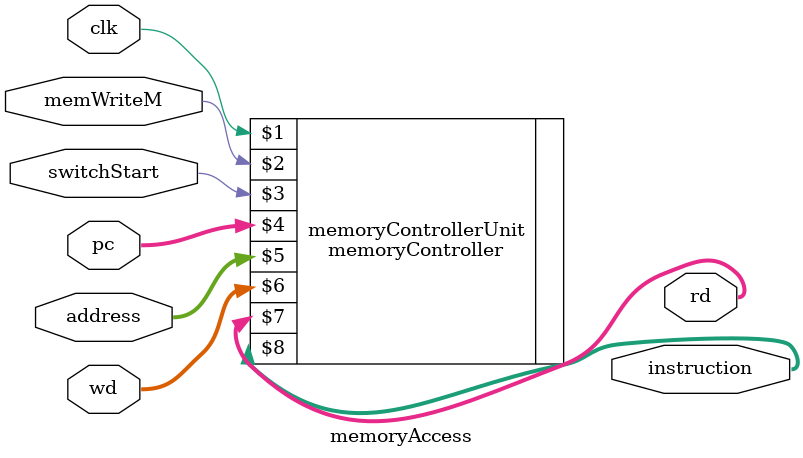
<source format=sv>
module memoryAccess (
    input logic clk,               // Señal de reloj
    input logic memWriteM,         // Señal de habilitación de escritura en memoria
    input logic switchStart,       // Señal de inicio
    input logic [31:0] pc,         // Contador de programa (Program Counter)
    input logic [31:0] address,    // Dirección de memoria para acceso
    input logic [31:0] wd,         // Datos a escribir en memoria
    output logic [31:0] rd,        // Datos leídos de memoria
    output logic [31:0] instruction // Instrucción leída de la memoria de instrucciones
);

    // Instancia del módulo memoryController
    memoryController memoryControllerUnit (
        clk,              // Reloj
        memWriteM,        // Señal de habilitación de escritura
        switchStart,      // Señal de inicio
        pc,               // Contador de programa (PC)
        address,          // Dirección de memoria
        wd,               // Datos a escribir en memoria
        rd,               // Datos leídos de memoria
        instruction       // Instrucción leída
    );

endmodule

</source>
